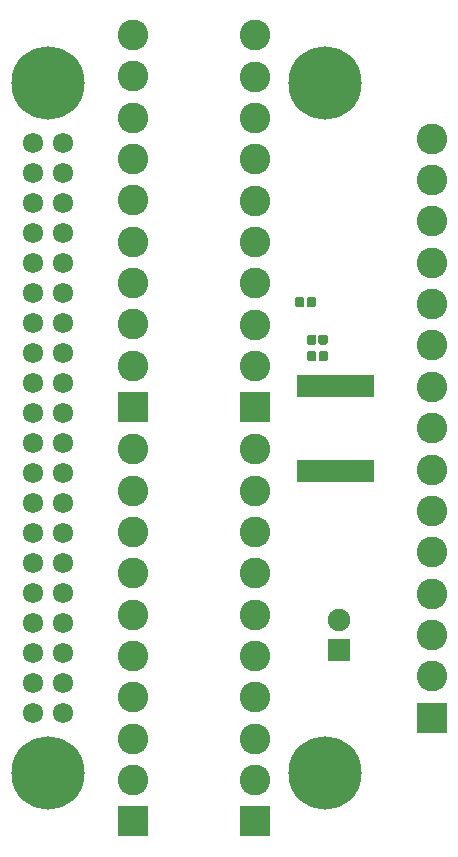
<source format=gbs>
G04 #@! TF.GenerationSoftware,KiCad,Pcbnew,(5.0.0)*
G04 #@! TF.CreationDate,2018-10-25T16:10:50+01:00*
G04 #@! TF.ProjectId,Port_Expander,506F72745F457870616E6465722E6B69,rev?*
G04 #@! TF.SameCoordinates,Original*
G04 #@! TF.FileFunction,Soldermask,Bot*
G04 #@! TF.FilePolarity,Negative*
%FSLAX46Y46*%
G04 Gerber Fmt 4.6, Leading zero omitted, Abs format (unit mm)*
G04 Created by KiCad (PCBNEW (5.0.0)) date 10/25/18 16:10:50*
%MOMM*%
%LPD*%
G01*
G04 APERTURE LIST*
%ADD10C,0.100000*%
%ADD11C,0.790000*%
%ADD12R,1.900000X1.900000*%
%ADD13O,1.900000X1.900000*%
%ADD14C,6.200000*%
%ADD15C,1.724000*%
%ADD16R,0.650000X1.950000*%
%ADD17C,2.600000*%
%ADD18R,2.600000X2.600000*%
G04 APERTURE END LIST*
D10*
G04 #@! TO.C,C11*
G36*
X143091858Y-107276951D02*
X143111030Y-107279795D01*
X143129831Y-107284504D01*
X143148080Y-107291034D01*
X143165601Y-107299321D01*
X143182225Y-107309285D01*
X143197793Y-107320830D01*
X143212154Y-107333846D01*
X143225170Y-107348207D01*
X143236715Y-107363775D01*
X143246679Y-107380399D01*
X143254966Y-107397920D01*
X143261496Y-107416169D01*
X143266205Y-107434970D01*
X143269049Y-107454142D01*
X143270000Y-107473500D01*
X143270000Y-107918500D01*
X143269049Y-107937858D01*
X143266205Y-107957030D01*
X143261496Y-107975831D01*
X143254966Y-107994080D01*
X143246679Y-108011601D01*
X143236715Y-108028225D01*
X143225170Y-108043793D01*
X143212154Y-108058154D01*
X143197793Y-108071170D01*
X143182225Y-108082715D01*
X143165601Y-108092679D01*
X143148080Y-108100966D01*
X143129831Y-108107496D01*
X143111030Y-108112205D01*
X143091858Y-108115049D01*
X143072500Y-108116000D01*
X142677500Y-108116000D01*
X142658142Y-108115049D01*
X142638970Y-108112205D01*
X142620169Y-108107496D01*
X142601920Y-108100966D01*
X142584399Y-108092679D01*
X142567775Y-108082715D01*
X142552207Y-108071170D01*
X142537846Y-108058154D01*
X142524830Y-108043793D01*
X142513285Y-108028225D01*
X142503321Y-108011601D01*
X142495034Y-107994080D01*
X142488504Y-107975831D01*
X142483795Y-107957030D01*
X142480951Y-107937858D01*
X142480000Y-107918500D01*
X142480000Y-107473500D01*
X142480951Y-107454142D01*
X142483795Y-107434970D01*
X142488504Y-107416169D01*
X142495034Y-107397920D01*
X142503321Y-107380399D01*
X142513285Y-107363775D01*
X142524830Y-107348207D01*
X142537846Y-107333846D01*
X142552207Y-107320830D01*
X142567775Y-107309285D01*
X142584399Y-107299321D01*
X142601920Y-107291034D01*
X142620169Y-107284504D01*
X142638970Y-107279795D01*
X142658142Y-107276951D01*
X142677500Y-107276000D01*
X143072500Y-107276000D01*
X143091858Y-107276951D01*
X143091858Y-107276951D01*
G37*
D11*
X142875000Y-107696000D03*
D10*
G36*
X144061858Y-107276951D02*
X144081030Y-107279795D01*
X144099831Y-107284504D01*
X144118080Y-107291034D01*
X144135601Y-107299321D01*
X144152225Y-107309285D01*
X144167793Y-107320830D01*
X144182154Y-107333846D01*
X144195170Y-107348207D01*
X144206715Y-107363775D01*
X144216679Y-107380399D01*
X144224966Y-107397920D01*
X144231496Y-107416169D01*
X144236205Y-107434970D01*
X144239049Y-107454142D01*
X144240000Y-107473500D01*
X144240000Y-107918500D01*
X144239049Y-107937858D01*
X144236205Y-107957030D01*
X144231496Y-107975831D01*
X144224966Y-107994080D01*
X144216679Y-108011601D01*
X144206715Y-108028225D01*
X144195170Y-108043793D01*
X144182154Y-108058154D01*
X144167793Y-108071170D01*
X144152225Y-108082715D01*
X144135601Y-108092679D01*
X144118080Y-108100966D01*
X144099831Y-108107496D01*
X144081030Y-108112205D01*
X144061858Y-108115049D01*
X144042500Y-108116000D01*
X143647500Y-108116000D01*
X143628142Y-108115049D01*
X143608970Y-108112205D01*
X143590169Y-108107496D01*
X143571920Y-108100966D01*
X143554399Y-108092679D01*
X143537775Y-108082715D01*
X143522207Y-108071170D01*
X143507846Y-108058154D01*
X143494830Y-108043793D01*
X143483285Y-108028225D01*
X143473321Y-108011601D01*
X143465034Y-107994080D01*
X143458504Y-107975831D01*
X143453795Y-107957030D01*
X143450951Y-107937858D01*
X143450000Y-107918500D01*
X143450000Y-107473500D01*
X143450951Y-107454142D01*
X143453795Y-107434970D01*
X143458504Y-107416169D01*
X143465034Y-107397920D01*
X143473321Y-107380399D01*
X143483285Y-107363775D01*
X143494830Y-107348207D01*
X143507846Y-107333846D01*
X143522207Y-107320830D01*
X143537775Y-107309285D01*
X143554399Y-107299321D01*
X143571920Y-107291034D01*
X143590169Y-107284504D01*
X143608970Y-107279795D01*
X143628142Y-107276951D01*
X143647500Y-107276000D01*
X144042500Y-107276000D01*
X144061858Y-107276951D01*
X144061858Y-107276951D01*
G37*
D11*
X143845000Y-107696000D03*
G04 #@! TD*
D12*
G04 #@! TO.C,J2*
X145161000Y-133985000D03*
D13*
X145161000Y-131445000D03*
G04 #@! TD*
D10*
G04 #@! TO.C,R3*
G36*
X143114858Y-108673951D02*
X143134030Y-108676795D01*
X143152831Y-108681504D01*
X143171080Y-108688034D01*
X143188601Y-108696321D01*
X143205225Y-108706285D01*
X143220793Y-108717830D01*
X143235154Y-108730846D01*
X143248170Y-108745207D01*
X143259715Y-108760775D01*
X143269679Y-108777399D01*
X143277966Y-108794920D01*
X143284496Y-108813169D01*
X143289205Y-108831970D01*
X143292049Y-108851142D01*
X143293000Y-108870500D01*
X143293000Y-109315500D01*
X143292049Y-109334858D01*
X143289205Y-109354030D01*
X143284496Y-109372831D01*
X143277966Y-109391080D01*
X143269679Y-109408601D01*
X143259715Y-109425225D01*
X143248170Y-109440793D01*
X143235154Y-109455154D01*
X143220793Y-109468170D01*
X143205225Y-109479715D01*
X143188601Y-109489679D01*
X143171080Y-109497966D01*
X143152831Y-109504496D01*
X143134030Y-109509205D01*
X143114858Y-109512049D01*
X143095500Y-109513000D01*
X142700500Y-109513000D01*
X142681142Y-109512049D01*
X142661970Y-109509205D01*
X142643169Y-109504496D01*
X142624920Y-109497966D01*
X142607399Y-109489679D01*
X142590775Y-109479715D01*
X142575207Y-109468170D01*
X142560846Y-109455154D01*
X142547830Y-109440793D01*
X142536285Y-109425225D01*
X142526321Y-109408601D01*
X142518034Y-109391080D01*
X142511504Y-109372831D01*
X142506795Y-109354030D01*
X142503951Y-109334858D01*
X142503000Y-109315500D01*
X142503000Y-108870500D01*
X142503951Y-108851142D01*
X142506795Y-108831970D01*
X142511504Y-108813169D01*
X142518034Y-108794920D01*
X142526321Y-108777399D01*
X142536285Y-108760775D01*
X142547830Y-108745207D01*
X142560846Y-108730846D01*
X142575207Y-108717830D01*
X142590775Y-108706285D01*
X142607399Y-108696321D01*
X142624920Y-108688034D01*
X142643169Y-108681504D01*
X142661970Y-108676795D01*
X142681142Y-108673951D01*
X142700500Y-108673000D01*
X143095500Y-108673000D01*
X143114858Y-108673951D01*
X143114858Y-108673951D01*
G37*
D11*
X142898000Y-109093000D03*
D10*
G36*
X144084858Y-108673951D02*
X144104030Y-108676795D01*
X144122831Y-108681504D01*
X144141080Y-108688034D01*
X144158601Y-108696321D01*
X144175225Y-108706285D01*
X144190793Y-108717830D01*
X144205154Y-108730846D01*
X144218170Y-108745207D01*
X144229715Y-108760775D01*
X144239679Y-108777399D01*
X144247966Y-108794920D01*
X144254496Y-108813169D01*
X144259205Y-108831970D01*
X144262049Y-108851142D01*
X144263000Y-108870500D01*
X144263000Y-109315500D01*
X144262049Y-109334858D01*
X144259205Y-109354030D01*
X144254496Y-109372831D01*
X144247966Y-109391080D01*
X144239679Y-109408601D01*
X144229715Y-109425225D01*
X144218170Y-109440793D01*
X144205154Y-109455154D01*
X144190793Y-109468170D01*
X144175225Y-109479715D01*
X144158601Y-109489679D01*
X144141080Y-109497966D01*
X144122831Y-109504496D01*
X144104030Y-109509205D01*
X144084858Y-109512049D01*
X144065500Y-109513000D01*
X143670500Y-109513000D01*
X143651142Y-109512049D01*
X143631970Y-109509205D01*
X143613169Y-109504496D01*
X143594920Y-109497966D01*
X143577399Y-109489679D01*
X143560775Y-109479715D01*
X143545207Y-109468170D01*
X143530846Y-109455154D01*
X143517830Y-109440793D01*
X143506285Y-109425225D01*
X143496321Y-109408601D01*
X143488034Y-109391080D01*
X143481504Y-109372831D01*
X143476795Y-109354030D01*
X143473951Y-109334858D01*
X143473000Y-109315500D01*
X143473000Y-108870500D01*
X143473951Y-108851142D01*
X143476795Y-108831970D01*
X143481504Y-108813169D01*
X143488034Y-108794920D01*
X143496321Y-108777399D01*
X143506285Y-108760775D01*
X143517830Y-108745207D01*
X143530846Y-108730846D01*
X143545207Y-108717830D01*
X143560775Y-108706285D01*
X143577399Y-108696321D01*
X143594920Y-108688034D01*
X143613169Y-108681504D01*
X143631970Y-108676795D01*
X143651142Y-108673951D01*
X143670500Y-108673000D01*
X144065500Y-108673000D01*
X144084858Y-108673951D01*
X144084858Y-108673951D01*
G37*
D11*
X143868000Y-109093000D03*
G04 #@! TD*
D14*
G04 #@! TO.C,U1*
X144018000Y-85979000D03*
X144018000Y-144399000D03*
X120523000Y-85979000D03*
X120523000Y-144399000D03*
D15*
X119253000Y-91059000D03*
X121793000Y-91059000D03*
X119253000Y-93599000D03*
X121793000Y-93599000D03*
X119253000Y-96139000D03*
X121793000Y-96139000D03*
X119253000Y-98679000D03*
X121793000Y-98679000D03*
X119253000Y-101219000D03*
X121793000Y-101219000D03*
X119253000Y-103759000D03*
X121793000Y-103759000D03*
X119253000Y-106299000D03*
X121793000Y-106299000D03*
X119253000Y-108839000D03*
X121793000Y-108839000D03*
X119253000Y-111379000D03*
X121793000Y-111379000D03*
X119253000Y-113919000D03*
X121793000Y-113919000D03*
X119253000Y-116459000D03*
X121793000Y-116459000D03*
X119253000Y-118999000D03*
X121793000Y-118999000D03*
X119253000Y-121539000D03*
X121793000Y-121539000D03*
X119253000Y-124079000D03*
X121793000Y-124079000D03*
X119253000Y-126619000D03*
X121793000Y-126619000D03*
X119253000Y-129159000D03*
X121793000Y-129159000D03*
X119253000Y-131699000D03*
X121793000Y-131699000D03*
X119253000Y-134239000D03*
X121793000Y-134239000D03*
X119253000Y-136779000D03*
X121793000Y-136779000D03*
X119253000Y-139319000D03*
X121793000Y-139319000D03*
G04 #@! TD*
D16*
G04 #@! TO.C,U3*
X141982000Y-111589000D03*
X142632000Y-111589000D03*
X143282000Y-111589000D03*
X143932000Y-111589000D03*
X144582000Y-111589000D03*
X145232000Y-111589000D03*
X145882000Y-111589000D03*
X146532000Y-111589000D03*
X147182000Y-111589000D03*
X147832000Y-111589000D03*
X147832000Y-118789000D03*
X147182000Y-118789000D03*
X146532000Y-118789000D03*
X145882000Y-118789000D03*
X145232000Y-118789000D03*
X144582000Y-118789000D03*
X143932000Y-118789000D03*
X143282000Y-118789000D03*
X142632000Y-118789000D03*
X141982000Y-118789000D03*
G04 #@! TD*
D17*
G04 #@! TO.C,J5*
X127762000Y-81911000D03*
X127762000Y-85411000D03*
X127762000Y-88911000D03*
X127762000Y-92411000D03*
X127762000Y-95911000D03*
X127762000Y-99411000D03*
X127762000Y-102911000D03*
X127762000Y-106411000D03*
X127762000Y-109911000D03*
D18*
X127762000Y-113411000D03*
G04 #@! TD*
D17*
G04 #@! TO.C,J4*
X127762000Y-116967000D03*
X127762000Y-120467000D03*
X127762000Y-123967000D03*
X127762000Y-127467000D03*
X127762000Y-130967000D03*
X127762000Y-134467000D03*
X127762000Y-137967000D03*
X127762000Y-141467000D03*
X127762000Y-144967000D03*
D18*
X127762000Y-148467000D03*
G04 #@! TD*
D17*
G04 #@! TO.C,J3*
X138049000Y-81915000D03*
X138049000Y-85415000D03*
X138049000Y-88915000D03*
X138049000Y-92415000D03*
X138049000Y-95915000D03*
X138049000Y-99415000D03*
X138049000Y-102915000D03*
X138049000Y-106415000D03*
X138049000Y-109915000D03*
D18*
X138049000Y-113415000D03*
G04 #@! TD*
D17*
G04 #@! TO.C,J1*
X138049000Y-116967000D03*
X138049000Y-120467000D03*
X138049000Y-123967000D03*
X138049000Y-127467000D03*
X138049000Y-130967000D03*
X138049000Y-134467000D03*
X138049000Y-137967000D03*
X138049000Y-141467000D03*
X138049000Y-144967000D03*
D18*
X138049000Y-148467000D03*
G04 #@! TD*
D17*
G04 #@! TO.C,J6*
X153035000Y-90689000D03*
X153035000Y-94189000D03*
X153035000Y-97689000D03*
X153035000Y-101189000D03*
X153035000Y-104689000D03*
X153035000Y-108189000D03*
X153035000Y-111689000D03*
X153035000Y-115189000D03*
X153035000Y-118689000D03*
X153035000Y-122189000D03*
X153035000Y-125689000D03*
X153035000Y-129189000D03*
X153035000Y-132689000D03*
X153035000Y-136189000D03*
D18*
X153035000Y-139689000D03*
G04 #@! TD*
D10*
G04 #@! TO.C,R2*
G36*
X142098858Y-104101951D02*
X142118030Y-104104795D01*
X142136831Y-104109504D01*
X142155080Y-104116034D01*
X142172601Y-104124321D01*
X142189225Y-104134285D01*
X142204793Y-104145830D01*
X142219154Y-104158846D01*
X142232170Y-104173207D01*
X142243715Y-104188775D01*
X142253679Y-104205399D01*
X142261966Y-104222920D01*
X142268496Y-104241169D01*
X142273205Y-104259970D01*
X142276049Y-104279142D01*
X142277000Y-104298500D01*
X142277000Y-104743500D01*
X142276049Y-104762858D01*
X142273205Y-104782030D01*
X142268496Y-104800831D01*
X142261966Y-104819080D01*
X142253679Y-104836601D01*
X142243715Y-104853225D01*
X142232170Y-104868793D01*
X142219154Y-104883154D01*
X142204793Y-104896170D01*
X142189225Y-104907715D01*
X142172601Y-104917679D01*
X142155080Y-104925966D01*
X142136831Y-104932496D01*
X142118030Y-104937205D01*
X142098858Y-104940049D01*
X142079500Y-104941000D01*
X141684500Y-104941000D01*
X141665142Y-104940049D01*
X141645970Y-104937205D01*
X141627169Y-104932496D01*
X141608920Y-104925966D01*
X141591399Y-104917679D01*
X141574775Y-104907715D01*
X141559207Y-104896170D01*
X141544846Y-104883154D01*
X141531830Y-104868793D01*
X141520285Y-104853225D01*
X141510321Y-104836601D01*
X141502034Y-104819080D01*
X141495504Y-104800831D01*
X141490795Y-104782030D01*
X141487951Y-104762858D01*
X141487000Y-104743500D01*
X141487000Y-104298500D01*
X141487951Y-104279142D01*
X141490795Y-104259970D01*
X141495504Y-104241169D01*
X141502034Y-104222920D01*
X141510321Y-104205399D01*
X141520285Y-104188775D01*
X141531830Y-104173207D01*
X141544846Y-104158846D01*
X141559207Y-104145830D01*
X141574775Y-104134285D01*
X141591399Y-104124321D01*
X141608920Y-104116034D01*
X141627169Y-104109504D01*
X141645970Y-104104795D01*
X141665142Y-104101951D01*
X141684500Y-104101000D01*
X142079500Y-104101000D01*
X142098858Y-104101951D01*
X142098858Y-104101951D01*
G37*
D11*
X141882000Y-104521000D03*
D10*
G36*
X143068858Y-104101951D02*
X143088030Y-104104795D01*
X143106831Y-104109504D01*
X143125080Y-104116034D01*
X143142601Y-104124321D01*
X143159225Y-104134285D01*
X143174793Y-104145830D01*
X143189154Y-104158846D01*
X143202170Y-104173207D01*
X143213715Y-104188775D01*
X143223679Y-104205399D01*
X143231966Y-104222920D01*
X143238496Y-104241169D01*
X143243205Y-104259970D01*
X143246049Y-104279142D01*
X143247000Y-104298500D01*
X143247000Y-104743500D01*
X143246049Y-104762858D01*
X143243205Y-104782030D01*
X143238496Y-104800831D01*
X143231966Y-104819080D01*
X143223679Y-104836601D01*
X143213715Y-104853225D01*
X143202170Y-104868793D01*
X143189154Y-104883154D01*
X143174793Y-104896170D01*
X143159225Y-104907715D01*
X143142601Y-104917679D01*
X143125080Y-104925966D01*
X143106831Y-104932496D01*
X143088030Y-104937205D01*
X143068858Y-104940049D01*
X143049500Y-104941000D01*
X142654500Y-104941000D01*
X142635142Y-104940049D01*
X142615970Y-104937205D01*
X142597169Y-104932496D01*
X142578920Y-104925966D01*
X142561399Y-104917679D01*
X142544775Y-104907715D01*
X142529207Y-104896170D01*
X142514846Y-104883154D01*
X142501830Y-104868793D01*
X142490285Y-104853225D01*
X142480321Y-104836601D01*
X142472034Y-104819080D01*
X142465504Y-104800831D01*
X142460795Y-104782030D01*
X142457951Y-104762858D01*
X142457000Y-104743500D01*
X142457000Y-104298500D01*
X142457951Y-104279142D01*
X142460795Y-104259970D01*
X142465504Y-104241169D01*
X142472034Y-104222920D01*
X142480321Y-104205399D01*
X142490285Y-104188775D01*
X142501830Y-104173207D01*
X142514846Y-104158846D01*
X142529207Y-104145830D01*
X142544775Y-104134285D01*
X142561399Y-104124321D01*
X142578920Y-104116034D01*
X142597169Y-104109504D01*
X142615970Y-104104795D01*
X142635142Y-104101951D01*
X142654500Y-104101000D01*
X143049500Y-104101000D01*
X143068858Y-104101951D01*
X143068858Y-104101951D01*
G37*
D11*
X142852000Y-104521000D03*
G04 #@! TD*
M02*

</source>
